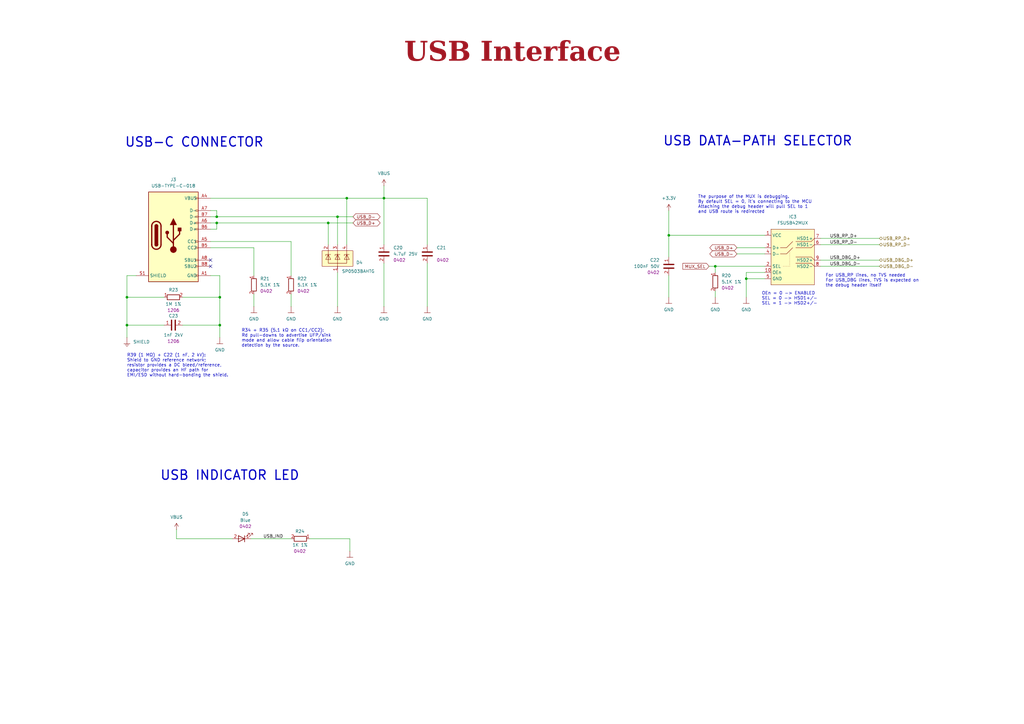
<source format=kicad_sch>
(kicad_sch (version 20250114) (generator "eeschema") (generator_version "9.0")
  (paper "A3")
  (title_block (title "USB Interface") (date "2025-01-12") (rev "${REVISION}") (company "${COMPANY}"))
  (lib_symbols
    (symbol "DS_Capacitor_0402:100nF 50V 0402"
      (property "Reference" "C" (at 3.81 2.032 0))
      (property "Value" "100nF 50V" (at 3.81 0 0))
      (property "FOOTPRINT_SHORT" "0402" (at 3.81 -2.032 0))
      (symbol "100nF 50V 0402_0_1"
        (polyline (pts (xy -2.032 0.762) (xy 2.032 0.762)) (stroke (width 0.508)))
        (polyline (pts (xy -2.032 -0.762) (xy 2.032 -0.762)) (stroke (width 0.508)))
      )
      (symbol "100nF 50V 0402_1_1"
        (pin passive line (at 0 3.81 270) (length 2.794) (name "~") (number "1"))
        (pin passive line (at 0 -3.81 90) (length 2.794) (name "~") (number "2"))
      )
    )
    (symbol "DS_Capacitor_0402:4.7uF 25V 0402"
      (property "Reference" "C" (at 3.81 2.032 0))
      (property "Value" "4.7uF 25V" (at 3.81 0 0))
      (property "FOOTPRINT_SHORT" "0402" (at 3.81 -2.032 0))
      (symbol "4.7uF 25V 0402_0_1"
        (polyline (pts (xy -2.032 0.762) (xy 2.032 0.762)) (stroke (width 0.508)))
        (polyline (pts (xy -2.032 -0.762) (xy 2.032 -0.762)) (stroke (width 0.508)))
      )
      (symbol "4.7uF 25V 0402_1_1"
        (pin passive line (at 0 3.81 270) (length 2.794) (name "~") (number "1"))
        (pin passive line (at 0 -3.81 90) (length 2.794) (name "~") (number "2"))
      )
    )
    (symbol "DS_Capacitor_1206:1nF 2kV 1206"
      (property "Reference" "C" (at 3.81 2.032 0))
      (property "Value" "1nF 2kV" (at 3.81 0 0))
      (property "FOOTPRINT_SHORT" "1206" (at 3.81 -2.032 0))
      (symbol "1nF 2kV 1206_0_1"
        (polyline (pts (xy -2.032 0.762) (xy 2.032 0.762)) (stroke (width 0.508)))
        (polyline (pts (xy -2.032 -0.762) (xy 2.032 -0.762)) (stroke (width 0.508)))
      )
      (symbol "1nF 2kV 1206_1_1"
        (pin passive line (at 0 3.81 270) (length 2.794) (name "~") (number "1"))
        (pin passive line (at 0 -3.81 90) (length 2.794) (name "~") (number "2"))
      )
    )
    (symbol "DS_Connector:USB-C"
      (property "Reference" "J" (at -6.35 20.828 0))
      (property "Value" "USB-TYPE-C-018" (at -6.604 -19.558 0))
      (symbol "USB-C_0_0"
        (rectangle (start 10.16 16.764) (end 9.144 16.256))
        (rectangle (start 10.16 11.684) (end 9.144 11.176))
        (rectangle (start 10.16 9.144) (end 9.144 8.636))
        (rectangle (start 10.16 6.604) (end 9.144 6.096))
        (rectangle (start 10.16 4.064) (end 9.144 3.556))
        (rectangle (start 10.16 -1.016) (end 9.144 -1.524))
        (rectangle (start 10.16 -3.556) (end 9.144 -4.064))
        (rectangle (start 10.16 -8.636) (end 9.144 -9.144))
        (rectangle (start 10.16 -11.176) (end 9.144 -11.684))
        (rectangle (start 10.16 -15.494) (end 9.144 -14.986))
      )
      (symbol "USB-C_0_1"
        (rectangle (start -10.16 19.05) (end 10.16 -17.78) (stroke (width 0.254)) (fill (type background)))
        (polyline (pts (xy -8.89 -2.54) (xy -8.89 5.08)) (stroke (width 0.508)))
        (rectangle (start -7.62 -2.54) (end -6.35 5.08) (stroke (width 0.254)) (fill (type outline)))
        (arc (start -7.62 5.08) (mid -6.985 5.7123) (end -6.35 5.08) (stroke (width 0.254)))
        (arc (start -7.62 5.08) (mid -6.985 5.7123) (end -6.35 5.08) (stroke (width 0.254)) (fill (type outline)))
        (arc (start -8.89 5.08) (mid -6.985 6.9767) (end -5.08 5.08) (stroke (width 0.508)))
        (arc (start -5.08 -2.54) (mid -6.985 -4.4367) (end -8.89 -2.54) (stroke (width 0.508)))
        (arc (start -6.35 -2.54) (mid -6.985 -3.1723) (end -7.62 -2.54) (stroke (width 0.254)))
        (arc (start -6.35 -2.54) (mid -6.985 -3.1723) (end -7.62 -2.54) (stroke (width 0.254)) (fill (type outline)))
        (polyline (pts (xy -5.08 5.08) (xy -5.08 -2.54)) (stroke (width 0.508)))
        (circle (center -2.54 2.413) (radius 0.635) (stroke (width 0.254)) (fill (type outline)))
        (polyline (pts (xy -1.27 5.588) (xy 0 8.128) (xy 1.27 5.588) (xy -1.27 5.588)) (stroke (width 0.254)) (fill (type outline)))
        (polyline (pts (xy 0 -0.762) (xy 2.54 1.778) (xy 2.54 3.048)) (stroke (width 0.508)))
        (polyline (pts (xy 0 -2.032) (xy -2.54 0.508) (xy -2.54 1.778)) (stroke (width 0.508)))
        (polyline (pts (xy 0 -4.572) (xy 0 5.588)) (stroke (width 0.508)))
        (circle (center 0 -4.572) (radius 1.27) (fill (type outline)))
        (rectangle (start 1.905 3.048) (end 3.175 4.318) (stroke (width 0.254)) (fill (type outline)))
      )
      (symbol "USB-C_1_1"
        (pin passive line (at -15.24 -15.24 0) (length 5.08) (name "SHIELD") (number "S1"))
        (pin passive line (at 15.24 16.51 180) (length 5.08) (name "VBUS") (number "A4"))
        (pin passive line (at 15.24 16.51 180) (length 5.08) (hide yes) (name "VBUS") (number "A9"))
        (pin passive line (at 15.24 16.51 180) (length 5.08) (hide yes) (name "VBUS") (number "B4"))
        (pin passive line (at 15.24 16.51 180) (length 5.08) (hide yes) (name "VBUS") (number "B9"))
        (pin bidirectional line (at 15.24 11.43 180) (length 5.08) (name "D-") (number "A7"))
        (pin bidirectional line (at 15.24 8.89 180) (length 5.08) (name "D-") (number "B7"))
        (pin bidirectional line (at 15.24 6.35 180) (length 5.08) (name "D+") (number "A6"))
        (pin bidirectional line (at 15.24 3.81 180) (length 5.08) (name "D+") (number "B6"))
        (pin bidirectional line (at 15.24 -1.27 180) (length 5.08) (name "CC1") (number "A5"))
        (pin bidirectional line (at 15.24 -3.81 180) (length 5.08) (name "CC2") (number "B5"))
        (pin bidirectional line (at 15.24 -8.89 180) (length 5.08) (name "SBU1") (number "A8"))
        (pin bidirectional line (at 15.24 -11.43 180) (length 5.08) (name "SBU2") (number "B8"))
        (pin passive line (at 15.24 -15.24 180) (length 5.08) (name "GND") (number "A1"))
        (pin passive line (at 15.24 -15.24 180) (length 5.08) (hide yes) (name "GND") (number "A12"))
        (pin passive line (at 15.24 -15.24 180) (length 5.08) (hide yes) (name "GND") (number "B1"))
        (pin passive line (at 15.24 -15.24 180) (length 5.08) (hide yes) (name "GND") (number "B12"))
      )
    )
    (symbol "DS_Diode:SP0503BAHTG"
      (property "Reference" "D" (at 7.112 -0.762 0))
      (property "Value" "SP0503BAHTG" (at 6.858 -3.048 0))
      (symbol "SP0503BAHTG_0_1"
        (polyline (pts (xy -3.81 1.27) (xy -3.81 2.54) (xy -3.81 0)))
        (polyline (pts (xy -3.81 1.016) (xy -3.81 -1.016)))
        (polyline (pts (xy -3.81 0) (xy -3.81 -2.54) (xy 3.81 -2.54) (xy 3.81 0)))
        (polyline (pts (xy -2.794 1.016) (xy -4.826 1.016) (xy -4.826 0.508)))
        (polyline (pts (xy -2.794 -1.016) (xy -3.81 1.016) (xy -4.826 -1.016) (xy -2.794 -1.016)))
        (polyline (pts (xy 0 1.016) (xy 0 -1.016)))
        (polyline (pts (xy 0 0) (xy 0 2.54)))
        (polyline (pts (xy 0 -2.54) (xy 0 0)))
        (polyline (pts (xy 0 -5.08) (xy 0 -2.54)))
        (polyline (pts (xy 1.016 1.016) (xy -1.016 1.016) (xy -1.016 0.508)))
        (polyline (pts (xy 1.016 -1.016) (xy 0 1.016) (xy -1.016 -1.016) (xy 1.016 -1.016)))
        (polyline (pts (xy 3.81 1.016) (xy 3.81 -1.016)))
        (polyline (pts (xy 3.81 0) (xy 3.81 2.54)))
        (polyline (pts (xy 4.826 1.016) (xy 2.794 1.016) (xy 2.794 0.508)))
        (polyline (pts (xy 4.826 -1.016) (xy 3.81 1.016) (xy 2.794 -1.016) (xy 4.826 -1.016)))
      )
      (symbol "SP0503BAHTG_1_1"
        (rectangle (start -6.35 2.54) (end 6.35 -3.81) (fill (type color) (color 255 255 195 1)))
        (pin passive line (at -3.81 5.08 270) (length 2.54) (name "") (number "2"))
        (pin passive line (at 0 5.08 270) (length 2.54) (name "") (number "3"))
        (pin passive line (at 0 -6.35 90) (length 2.54) (name "") (number "1"))
        (pin passive line (at 3.81 5.08 270) (length 2.54) (name "") (number "4"))
      )
    )
    (symbol "DS_Opto:Blue 0402"
      (property "Reference" "D" (at -1.27 5.08 0))
      (property "Value" "Blue" (at -1.27 2.794 0))
      (property "Size" "0402" (at -1.016 -3.302 0))
      (symbol "Blue 0402_0_1"
        (polyline (pts (xy -3.048 -0.762) (xy -4.572 -2.286) (xy -3.81 -2.286) (xy -4.572 -2.286) (xy -4.572 -1.524)))
        (polyline (pts (xy -1.778 -0.762) (xy -3.302 -2.286) (xy -2.54 -2.286) (xy -3.302 -2.286) (xy -3.302 -1.524)))
        (polyline (pts (xy -1.27 0) (xy 1.27 0)))
        (polyline (pts (xy -1.27 -1.27) (xy -1.27 1.27)) (stroke (width 0.254)))
        (polyline (pts (xy 1.27 -1.27) (xy 1.27 1.27) (xy -1.27 0) (xy 1.27 -1.27)) (stroke (width 0.254)))
      )
      (symbol "Blue 0402_1_1"
        (pin passive line (at -3.81 0 0) (length 2.54) (name "") (number "1"))
        (pin passive line (at 3.81 0 180) (length 2.54) (name "") (number "2"))
      )
    )
    (symbol "DS_Peripherals:FSUSB42MUX"
      (property "Reference" "IC" (at -7.874 14.986 0))
      (property "Value" "FSUSB42MUX" (at -0.254 -11.938 0))
      (symbol "FSUSB42MUX_0_1"
        (rectangle (start -8.89 12.7) (end 8.89 -10.16) (fill (type background)))
        (polyline (pts (xy -5.08 5.08) (xy -2.54 5.08) (xy 0 7.62)))
        (polyline (pts (xy -5.08 2.54) (xy -2.54 2.54) (xy 0 5.08)))
        (polyline (pts (xy -3.81 -2.54) (xy -1.27 -2.54) (xy -1.27 3.81)) (stroke (width 0) (type dot)))
        (polyline (pts (xy 1.27 7.62) (xy 7.62 7.62) (xy 8.89 8.89)))
        (polyline (pts (xy 1.27 5.08) (xy 7.62 5.08) (xy 8.89 6.35)))
        (polyline (pts (xy 1.27 1.27) (xy 7.62 1.27) (xy 8.89 0)))
        (polyline (pts (xy 1.27 -1.27) (xy 7.62 -1.27) (xy 8.89 -2.54)))
      )
      (symbol "FSUSB42MUX_1_1"
        (pin power_in line (at -11.43 10.16 0) (length 2.54) (name "VCC") (number "1"))
        (pin bidirectional line (at -11.43 5.08 0) (length 2.54) (name "D+") (number "3"))
        (pin bidirectional line (at -11.43 2.54 0) (length 2.54) (name "D-") (number "4"))
        (pin input line (at -11.43 -2.54 0) (length 2.54) (name "SEL") (number "2"))
        (pin input line (at -11.43 -5.08 0) (length 2.54) (name "OEn") (number "10"))
        (pin power_in line (at -11.43 -7.62 0) (length 2.54) (name "GND") (number "5"))
        (pin bidirectional line (at 11.43 8.89 180) (length 2.54) (name "HSD1+") (number "7"))
        (pin bidirectional line (at 11.43 6.35 180) (length 2.54) (name "HSD1-") (number "6"))
        (pin bidirectional line (at 11.43 0 180) (length 2.54) (name "HSD2+") (number "9"))
        (pin bidirectional line (at 11.43 -2.54 180) (length 2.54) (name "HSD2-") (number "8"))
      )
    )
    (symbol "DS_Resistor_0402:1K 1% 0402"
      (property "Reference" "R" (at 2.032 2.032 0))
      (property "Value" "1K 1%" (at 2.032 0 0))
      (property "FOOTPRINT_SHORT" "0402" (at 2.032 -2.032 0))
      (symbol "1K 1% 0402_0_1"
        (rectangle (start -1.016 2.54) (end 1.016 -2.54) (stroke (width 0.254)))
      )
      (symbol "1K 1% 0402_1_1"
        (pin passive line (at 0 3.81 270) (length 1.27) (name "~") (number "1"))
        (pin passive line (at 0 -3.81 90) (length 1.27) (name "~") (number "2"))
      )
    )
    (symbol "DS_Resistor_0402:5.1K 1% 0402"
      (property "Reference" "R" (at 2.032 2.032 0))
      (property "Value" "5.1K 1%" (at 2.032 0 0))
      (property "FOOTPRINT_SHORT" "0402" (at 2.032 -2.032 0))
      (symbol "5.1K 1% 0402_0_1"
        (rectangle (start -1.016 2.54) (end 1.016 -2.54) (stroke (width 0.254)))
      )
      (symbol "5.1K 1% 0402_1_1"
        (pin passive line (at 0 3.81 270) (length 1.27) (name "~") (number "1"))
        (pin passive line (at 0 -3.81 90) (length 1.27) (name "~") (number "2"))
      )
    )
    (symbol "DS_Resistor_1206:1M 1% 1206"
      (property "Reference" "R" (at 2.032 2.032 0))
      (property "Value" "1M 1%" (at 2.032 0 0))
      (property "FOOTPRINT_SHORT" "1206" (at 2.032 -2.032 0))
      (symbol "1M 1% 1206_0_1"
        (rectangle (start -1.016 2.54) (end 1.016 -2.54) (stroke (width 0.254)))
      )
      (symbol "1M 1% 1206_1_1"
        (pin passive line (at 0 3.81 270) (length 1.27) (name "~") (number "1"))
        (pin passive line (at 0 -3.81 90) (length 1.27) (name "~") (number "2"))
      )
    )
    (symbol "DS_Supply:GND" (power) (pin_numbers (hide yes)) (pin_names (offset 0) (hide yes))
      (property "Value" "GND" (at 0 -3.81 0))
      (symbol "GND_0_1"
        (polyline (pts (xy 0 0) (xy 0 -2.54) (xy 1.27 -2.54) (xy 0 -2.54) (xy -1.27 -2.54) (xy 0 -2.54)))
      )
      (symbol "GND_1_1"
        (pin power_in line (at 0 0 270) (length 0) (name "~") (number "1"))
      )
    )
    (symbol "DS_Supply:SHIELD" (power) (pin_numbers (hide yes)) (pin_names (offset 0) (hide yes)) (in_bom no) (on_board no)
      (property "Value" "SHIELD" (at 0 -4.064 0))
      (symbol "SHIELD_0_1"
        (polyline (pts (xy -0.762 -1.778) (xy 0.762 -1.778)))
        (polyline (pts (xy -0.254 -2.286) (xy 0.254 -2.286)))
        (polyline (pts (xy 0 1.27) (xy 0 -1.27)))
        (polyline (pts (xy 0 -1.27) (xy -1.27 -1.27)))
        (polyline (pts (xy 1.27 -1.27) (xy 0 -1.27)))
      )
      (symbol "SHIELD_1_1"
        (pin power_in line (at 0 1.27 270) (length 0) (name "~") (number "1"))
      )
    )
    (symbol "power:+3.3V" (power) (pin_numbers (hide yes)) (pin_names (offset 0) (hide yes))
      (property "Value" "+3.3V" (at 0 3.556 0))
      (symbol "+3.3V_0_1"
        (polyline (pts (xy -0.762 1.27) (xy 0 2.54)))
        (polyline (pts (xy 0 2.54) (xy 0.762 1.27)))
        (polyline (pts (xy 0 0) (xy 0 2.54)))
      )
      (symbol "+3.3V_1_1"
        (pin power_in line (at 0 0 90) (length 0) (name "~") (number "1"))
      )
    )
    (symbol "power:VBUS" (power) (pin_numbers (hide yes)) (pin_names (offset 0) (hide yes))
      (property "Value" "VBUS" (at 0 3.556 0))
      (symbol "VBUS_0_1"
        (polyline (pts (xy -0.762 1.27) (xy 0 2.54)))
        (polyline (pts (xy 0 2.54) (xy 0.762 1.27)))
        (polyline (pts (xy 0 0) (xy 0 2.54)))
      )
      (symbol "VBUS_1_1"
        (pin power_in line (at 0 0 90) (length 0) (name "~") (number "1"))
      )
    )
  )
  (text "USB DATA-PATH SELECTOR" (at 271.78 57.912 0) (effects (font (size 3.81 3.81) (thickness 0.508) (bold yes)) (justify left)))
  (text "R39 (1 MΩ) + C22 (1 nF, 2 kV): \nShield to GND reference network; \nresistor provides a DC bleed/reference, \ncapacitor provides an HF path for \nEMI/ESD without hard-bonding the shield." (at 52.07 149.86 0) (effects (font (size 1.27 1.27)) (justify left)))
  (text "USB-C CONNECTOR" (at 51.054 58.42 0) (effects (font (size 3.81 3.81) (thickness 0.508) (bold yes)) (justify left)))
  (text "USB INDICATOR LED" (at 65.532 195.072 0) (effects (font (size 3.81 3.81) (thickness 0.508) (bold yes)) (justify left)))
  (text "R34 + R35 (5.1 kΩ on CC1/CC2): \nRd pull-downs to advertise UFP/sink \nmode and allow cable flip orientation \ndetection by the source." (at 99.06 138.684 0) (effects (font (size 1.27 1.27)) (justify left)))
  (text "The purpose of the MUX is debugging.\nBy default SEL = 0, it's connecting to the MCU\nAttaching the debug header will pull SEL to 1\nand USB route is redirected" (at 286.258 83.82 0) (effects (font (size 1.27 1.27)) (justify left)))
  (text "OEn = 0 -> ENABLED\nSEL = 0 -> HSD1+/-\nSEL = 1 -> HSD2+/-" (at 312.42 122.428 0) (effects (font (size 1.27 1.27)) (justify left)))
  (text "For USB_RP lines, no TVS needed\nFor USB_DBG lines, TVS is expected on\nthe debug header itself" (at 338.582 115.062 0) (effects (font (size 1.27 1.27)) (justify left)))
  (text_box "USB Interface" (at 12.7 15.24 0) (size 394.97 12.7) (margins 5.9999 5.9999 5.9999 5.9999) (stroke (width -0.0001)) (effects (font (size 8 8) (thickness 1.2) (bold yes))))
  (junction (at 52.07 121.92))
  (junction (at 306.07 114.3))
  (junction (at 52.07 133.35))
  (junction (at 142.24 81.28))
  (junction (at 274.32 96.52))
  (junction (at 90.17 133.35))
  (junction (at 134.62 91.44))
  (junction (at 157.48 81.28))
  (junction (at 138.43 88.9))
  (junction (at 88.9 88.9))
  (junction (at 293.37 109.22))
  (junction (at 88.9 91.44))
  (junction (at 90.17 121.92))
  (no_connect (at 86.36 106.68))
  (no_connect (at 86.36 109.22))
  (wire (pts (xy 142.24 81.28) (xy 142.24 100.33)))
  (wire (pts (xy 72.39 220.98) (xy 72.39 217.17)))
  (wire (pts (xy 86.36 101.6) (xy 104.14 101.6)))
  (wire (pts (xy 55.88 113.03) (xy 52.07 113.03)))
  (wire (pts (xy 138.43 88.9) (xy 138.43 100.33)))
  (wire (pts (xy 175.26 125.73) (xy 175.26 107.95)))
  (wire (pts (xy 306.07 114.3) (xy 306.07 121.92)))
  (wire (pts (xy 90.17 121.92) (xy 90.17 133.35)))
  (wire (pts (xy 138.43 88.9) (xy 144.78 88.9)))
  (wire (pts (xy 52.07 121.92) (xy 52.07 133.35)))
  (wire (pts (xy 95.25 220.98) (xy 72.39 220.98)))
  (wire (pts (xy 157.48 76.2) (xy 157.48 81.28)))
  (wire (pts (xy 74.93 133.35) (xy 90.17 133.35)))
  (wire (pts (xy 102.87 220.98) (xy 119.38 220.98)))
  (wire (pts (xy 336.55 106.68) (xy 360.68 106.68)))
  (wire (pts (xy 52.07 113.03) (xy 52.07 121.92)))
  (wire (pts (xy 293.37 109.22) (xy 293.37 111.76)))
  (wire (pts (xy 157.48 81.28) (xy 142.24 81.28)))
  (wire (pts (xy 274.32 96.52) (xy 313.69 96.52)))
  (wire (pts (xy 86.36 113.03) (xy 90.17 113.03)))
  (wire (pts (xy 302.26 101.6) (xy 313.69 101.6)))
  (wire (pts (xy 157.48 125.73) (xy 157.48 107.95)))
  (wire (pts (xy 104.14 125.73) (xy 104.14 120.65)))
  (wire (pts (xy 86.36 93.98) (xy 88.9 93.98)))
  (wire (pts (xy 86.36 99.06) (xy 119.38 99.06)))
  (wire (pts (xy 313.69 111.76) (xy 306.07 111.76)))
  (wire (pts (xy 52.07 133.35) (xy 67.31 133.35)))
  (wire (pts (xy 88.9 88.9) (xy 138.43 88.9)))
  (wire (pts (xy 302.26 104.14) (xy 313.69 104.14)))
  (wire (pts (xy 74.93 121.92) (xy 90.17 121.92)))
  (wire (pts (xy 336.55 109.22) (xy 360.68 109.22)))
  (wire (pts (xy 306.07 114.3) (xy 313.69 114.3)))
  (wire (pts (xy 90.17 133.35) (xy 90.17 138.43)))
  (wire (pts (xy 274.32 86.36) (xy 274.32 96.52)))
  (wire (pts (xy 290.83 109.22) (xy 293.37 109.22)))
  (wire (pts (xy 86.36 86.36) (xy 88.9 86.36)))
  (wire (pts (xy 336.55 97.79) (xy 360.68 97.79)))
  (wire (pts (xy 138.43 125.73) (xy 138.43 111.76)))
  (wire (pts (xy 274.32 121.92) (xy 274.32 113.03)))
  (wire (pts (xy 143.51 220.98) (xy 143.51 226.06)))
  (wire (pts (xy 175.26 81.28) (xy 157.48 81.28)))
  (wire (pts (xy 293.37 121.92) (xy 293.37 119.38)))
  (wire (pts (xy 306.07 111.76) (xy 306.07 114.3)))
  (wire (pts (xy 157.48 100.33) (xy 157.48 81.28)))
  (wire (pts (xy 119.38 125.73) (xy 119.38 120.65)))
  (wire (pts (xy 175.26 100.33) (xy 175.26 81.28)))
  (wire (pts (xy 274.32 105.41) (xy 274.32 96.52)))
  (wire (pts (xy 104.14 101.6) (xy 104.14 113.03)))
  (wire (pts (xy 119.38 99.06) (xy 119.38 113.03)))
  (wire (pts (xy 134.62 91.44) (xy 144.78 91.44)))
  (wire (pts (xy 52.07 121.92) (xy 67.31 121.92)))
  (wire (pts (xy 88.9 91.44) (xy 134.62 91.44)))
  (wire (pts (xy 86.36 91.44) (xy 88.9 91.44)))
  (wire (pts (xy 134.62 91.44) (xy 134.62 100.33)))
  (wire (pts (xy 86.36 88.9) (xy 88.9 88.9)))
  (wire (pts (xy 52.07 133.35) (xy 52.07 138.43)))
  (wire (pts (xy 88.9 86.36) (xy 88.9 88.9)))
  (wire (pts (xy 86.36 81.28) (xy 142.24 81.28)))
  (wire (pts (xy 313.69 109.22) (xy 293.37 109.22)))
  (wire (pts (xy 90.17 113.03) (xy 90.17 121.92)))
  (wire (pts (xy 88.9 93.98) (xy 88.9 91.44)))
  (wire (pts (xy 127 220.98) (xy 143.51 220.98)))
  (wire (pts (xy 336.55 100.33) (xy 360.68 100.33)))
  (label "USB_IND" (at 107.95 220.98 0))
  (label "USB_DBG_D+" (at 340.36 106.68 0))
  (label "USB_RP_D+" (at 340.36 97.79 0))
  (label "USB_DBG_D-" (at 340.36 109.22 0))
  (label "USB_RP_D-" (at 340.36 100.33 0))
  (global_label "USB_D+" (shape bidirectional) (at 144.78 91.44 0) (property "Intersheetrefs" "${INTERSHEET_REFS}" (effects (hide yes))))
  (global_label "MUX_SEL" (shape input) (at 290.83 109.22 180) (property "Intersheetrefs" "${INTERSHEET_REFS}" (effects (hide yes))))
  (global_label "USB_D-" (shape bidirectional) (at 302.26 104.14 180) (property "Intersheetrefs" "${INTERSHEET_REFS}" (effects (hide yes))))
  (global_label "USB_D-" (shape bidirectional) (at 144.78 88.9 0) (property "Intersheetrefs" "${INTERSHEET_REFS}" (effects (hide yes))))
  (global_label "USB_D+" (shape bidirectional) (at 302.26 101.6 180) (property "Intersheetrefs" "${INTERSHEET_REFS}" (effects (hide yes))))
  (hierarchical_label "USB_RP_D-" (shape bidirectional) (at 360.68 100.33 0))
  (hierarchical_label "USB_RP_D+" (shape bidirectional) (at 360.68 97.79 0))
  (hierarchical_label "USB_DBG_D-" (shape bidirectional) (at 360.68 109.22 0))
  (hierarchical_label "USB_DBG_D+" (shape bidirectional) (at 360.68 106.68 0))
  (symbol (lib_id "power:VBUS") (at 72.39 217.17 0) (unit 1)
    (property "Reference" "#PWR062" (effects (hide yes)))
    (property "Value" "VBUS" (at 72.39 212.09 0))
    (property "Description" "Power symbol creates a global label with name \"VBUS\"" (effects (hide yes)))
  )
  (symbol (lib_id "DS_Supply:GND") (at 138.43 125.73 0) (unit 1)
    (property "Reference" "#PWR058" (effects (hide yes)))
    (property "Value" "GND" (at 138.43 130.81 0))
    (property "Description" "Power symbol creates a global label with name \"GND\" , ground" (effects (hide yes)))
  )
  (symbol (lib_id "DS_Supply:GND") (at 119.38 125.73 0) (unit 1)
    (property "Reference" "#PWR057" (effects (hide yes)))
    (property "Value" "GND" (at 119.38 130.81 0))
    (property "Description" "Power symbol creates a global label with name \"GND\" , ground" (effects (hide yes)))
  )
  (symbol (lib_id "DS_Resistor_1206:1M 1% 1206") (at 71.12 121.92 90) (unit 1)
    (property "Reference" "R23" (at 71.12 118.872 90))
    (property "Value" "1M 1%" (at 71.12 124.714 90))
    (property "Footprint" "Resistor_SMD:R_1206_3216Metric" (effects (hide yes)))
    (property "Description" "250mW Thick Film Resistors 200V ±100ppm/℃ ±1% 1MΩ 1206 Chip Resistor - Surface Mount ROHS" (effects (hide yes)))
    (property "LCSC_PART" "C17927" (effects (hide yes)))
    (property "ROHS" "YES" (effects (hide yes)))
    (property "FOOTPRINT_SHORT" "1206" (at 71.12 127.254 90))
    (property "MFR" "Uniohm" (effects (hide yes)))
  )
  (symbol (lib_id "DS_Capacitor_1206:1nF 2kV 1206") (at 71.12 133.35 90) (unit 1)
    (property "Reference" "C23" (at 71.12 129.54 90))
    (property "Value" "1nF 2kV" (at 71.12 137.414 90))
    (property "Footprint" "Capacitor_SMD:C_1206_3216Metric" (effects (hide yes)))
    (property "Description" "Chip Capacitor (MLCC) 1206 1nF ±10% 2KV X7R" (effects (hide yes)))
    (property "FOOTPRINT_SHORT" "1206" (at 71.12 139.954 90))
    (property "ROHS" "YES" (effects (hide yes)))
    (property "LCSC_PART" "C173242" (effects (hide yes)))
    (property "MFR" "Johanson Dielectrics " (effects (hide yes)))
  )
  (symbol (lib_id "DS_Supply:GND") (at 175.26 125.73 0) (unit 1)
    (property "Reference" "#PWR060" (effects (hide yes)))
    (property "Value" "GND" (at 175.26 130.81 0))
    (property "Description" "Power symbol creates a global label with name \"GND\" , ground" (effects (hide yes)))
  )
  (symbol (lib_id "DS_Connector:USB-C") (at 71.12 97.79 0) (unit 1)
    (property "Reference" "J3" (at 71.12 73.66 0))
    (property "Value" "USB-TYPE-C-018" (at 71.12 76.2 0))
    (property "Footprint" "DS_Connector:USB_C_Receptacle_HCTL_HC-TYPE-C-16P-01A" (effects (hide yes)))
    (property "Datasheet" "https://jlcpcb.com/api/file/downloadByFileSystemAccessId/8589041631273738240" (effects (hide yes)))
    (property "Description" "-25°C~+85°C 1 10,000 cycles 16P 3A 5V 7.35mm Female Surface Mount, Right Angle Type-C SMD USB Connectors ROHS" (effects (hide yes)))
    (property "LCSC_PART" "C2927038" (effects (hide yes)))
    (property "MPN" "USB-TYPE-C-018" (effects (hide yes)))
    (property "MFR" "DEALON" (effects (hide yes)))
    (property "ROHS" "YES" (effects (hide yes)))
  )
  (symbol (lib_id "DS_Resistor_0402:5.1K 1% 0402") (at 104.14 116.84 0) (unit 1)
    (property "Reference" "R21" (at 106.68 114.2999 0) (effects (justify left)))
    (property "Value" "5.1K 1%" (at 106.68 116.8399 0) (effects (justify left)))
    (property "Footprint" "Resistor_SMD:R_0402_1005Metric" (effects (hide yes)))
    (property "Description" "62.5mW Thick Film Resistors 50V ±100ppm/℃ ±1% 5.1kΩ 0402 Chip Resistor - Surface Mount ROHS" (effects (hide yes)))
    (property "LCSC_PART" "C25905" (effects (hide yes)))
    (property "ROHS" "YES" (effects (hide yes)))
    (property "FOOTPRINT_SHORT" "0402" (at 106.68 119.3799 0) (effects (justify left)))
  )
  (symbol (lib_id "DS_Supply:GND") (at 274.32 121.92 0) (mirror y) (unit 1)
    (property "Reference" "#PWR053" (effects (hide yes)))
    (property "Value" "GND" (at 274.32 127 0))
    (property "Description" "Power symbol creates a global label with name \"GND\" , ground" (effects (hide yes)))
  )
  (symbol (lib_id "power:+3.3V") (at 274.32 86.36 0) (unit 1)
    (property "Reference" "#PWR052" (effects (hide yes)))
    (property "Value" "+3.3V" (at 274.32 81.28 0))
    (property "Description" "Power symbol creates a global label with name \"+3.3V\"" (effects (hide yes)))
  )
  (symbol (lib_id "DS_Capacitor_0402:4.7uF 25V 0402") (at 175.26 104.14 0) (unit 1)
    (property "Reference" "C21" (at 179.07 101.5999 0) (effects (justify left)))
    (property "Value" "4.7uF 25V" (effects (hide yes)))
    (property "Footprint" "Capacitor_SMD:C_0402_1005Metric" (effects (hide yes)))
    (property "Description" "25V 4.7uF X5R ±20% 0402 Multilayer Ceramic Capacitors MLCC - SMD/SMT ROHS" (effects (hide yes)))
    (property "FOOTPRINT_SHORT" "0402" (at 179.07 106.6799 0) (effects (justify left)))
    (property "ROHS" "YES" (effects (hide yes)))
    (property "LCSC_PART" "C22367824" (effects (hide yes)))
    (property "MFR" "Murata" (effects (hide yes)))
  )
  (symbol (lib_id "DS_Resistor_0402:5.1K 1% 0402") (at 119.38 116.84 0) (unit 1)
    (property "Reference" "R22" (at 121.92 114.2999 0) (effects (justify left)))
    (property "Value" "5.1K 1%" (at 121.92 116.8399 0) (effects (justify left)))
    (property "Footprint" "Resistor_SMD:R_0402_1005Metric" (effects (hide yes)))
    (property "Description" "62.5mW Thick Film Resistors 50V ±100ppm/℃ ±1% 5.1kΩ 0402 Chip Resistor - Surface Mount ROHS" (effects (hide yes)))
    (property "LCSC_PART" "C25905" (effects (hide yes)))
    (property "ROHS" "YES" (effects (hide yes)))
    (property "FOOTPRINT_SHORT" "0402" (at 121.92 119.3799 0) (effects (justify left)))
  )
  (symbol (lib_id "DS_Supply:GND") (at 104.14 125.73 0) (unit 1)
    (property "Reference" "#PWR056" (effects (hide yes)))
    (property "Value" "GND" (at 104.14 130.81 0))
    (property "Description" "Power symbol creates a global label with name \"GND\" , ground" (effects (hide yes)))
  )
  (symbol (lib_id "DS_Diode:SP0503BAHTG") (at 138.43 105.41 0) (unit 1)
    (property "Reference" "D4" (at 146.05 107.696 0) (effects (justify left)))
    (property "Value" "SP0503BAHTG" (at 140.208 111.252 0) (effects (justify left)))
    (property "Footprint" "DS_Diode:SOT143" (effects (hide yes)))
    (property "Datasheet" "https://www.littelfuse.com/assetdocs/tvs-diode-array-spasp050xba-lead-freegreen-datasheet?assetguid=15a03de1-f0c6-457a-95f1-55d449fdd756" (effects (hide yes)))
    (property "Description" "10A@8/20us 14V 150W@8/20us 30pF SOT-143 ESD and Surge Protection (TVS/ESD) ROHS" (effects (hide yes)))
    (property "MPN" "SP0503BAHTG" (effects (hide yes)))
    (property "MFR" "TECH PUBLIC" (effects (hide yes)))
    (property "LCSC_PART" "C3040626" (effects (hide yes)))
    (property "ROHS" "YES" (effects (hide yes)))
  )
  (symbol (lib_id "DS_Resistor_0402:1K 1% 0402") (at 123.19 220.98 270) (unit 1)
    (property "Reference" "R24" (at 124.968 217.932 90) (effects (justify right)))
    (property "Value" "1K 1%" (at 126.238 223.52 90) (effects (justify right)))
    (property "Footprint" "Resistor_SMD:R_0402_1005Metric" (effects (hide yes)))
    (property "Description" "62.5mW Thick Film Resistors 50V ±100ppm/℃ ±1% 1kΩ 0402 Chip Resistor - Surface Mount ROHS" (effects (hide yes)))
    (property "LCSC_PART" "C11702" (effects (hide yes)))
    (property "ROHS" "YES" (effects (hide yes)))
    (property "FOOTPRINT_SHORT" "0402" (at 125.476 226.06 90) (effects (justify right)))
    (property "MFR" "FH" (effects (hide yes)))
  )
  (symbol (lib_id "DS_Resistor_0402:5.1K 1% 0402") (at 293.37 115.57 0) (unit 1)
    (property "Reference" "R20" (at 295.91 113.0299 0) (effects (justify left)))
    (property "Value" "5.1K 1%" (at 295.91 115.5699 0) (effects (justify left)))
    (property "Footprint" "Resistor_SMD:R_0402_1005Metric" (effects (hide yes)))
    (property "Description" "62.5mW Thick Film Resistors 50V ±100ppm/℃ ±1% 5.1kΩ 0402 Chip Resistor - Surface Mount ROHS" (effects (hide yes)))
    (property "LCSC_PART" "C25905" (effects (hide yes)))
    (property "ROHS" "YES" (effects (hide yes)))
    (property "FOOTPRINT_SHORT" "0402" (at 295.91 118.1099 0) (effects (justify left)))
  )
  (symbol (lib_id "DS_Capacitor_0402:100nF 50V 0402") (at 274.32 109.22 0) (mirror y) (unit 1)
    (property "Reference" "C22" (at 270.51 106.6799 0) (effects (justify left)))
    (property "Value" "100nF 50V" (at 270.51 109.2199 0) (effects (justify left)))
    (property "Footprint" "Capacitor_SMD:C_0402_1005Metric" (effects (hide yes)))
    (property "Description" "50V 100nF X7R ±10% 0402 Multilayer Ceramic Capacitors MLCC - SMD/SMT ROHS" (effects (hide yes)))
    (property "FOOTPRINT_SHORT" "0402" (at 270.51 111.7599 0) (effects (justify left)))
    (property "ROHS" "YES" (effects (hide yes)))
    (property "LCSC_PART" "C307331" (effects (hide yes)))
  )
  (symbol (lib_id "DS_Peripherals:FSUSB42MUX") (at 325.12 106.68 0) (unit 1)
    (property "Reference" "IC3" (at 325.12 88.9 0))
    (property "Value" "FSUSB42MUX" (at 325.12 91.44 0))
    (property "Footprint" "DS_Peripherals:MSOP-10_3x3mm_P0.5mm" (effects (hide yes)))
    (property "Datasheet" "https://www.onsemi.com/pdf/datasheet/fsusb42-d.pdf" (effects (hide yes)))
    (property "Description" "USB Switch IC 1 Channel 10-MSOP" (effects (hide yes)))
    (property "MPN" "FSUSB42MUX" (effects (hide yes)))
    (property "MFR" "onsemi" (effects (hide yes)))
    (property "LCSC_PART" "C11355" (effects (hide yes)))
    (property "DIST1" "https://www.digikey.at/en/products/detail/onsemi/fsusb42mux/2036916" (effects (hide yes)))
    (property "ROHS" "YES" (effects (hide yes)))
  )
  (symbol (lib_id "DS_Supply:GND") (at 157.48 125.73 0) (unit 1)
    (property "Reference" "#PWR059" (effects (hide yes)))
    (property "Value" "GND" (at 157.48 130.81 0))
    (property "Description" "Power symbol creates a global label with name \"GND\" , ground" (effects (hide yes)))
  )
  (symbol (lib_id "DS_Supply:GND") (at 143.51 226.06 0) (unit 1)
    (property "Reference" "#PWR063" (effects (hide yes)))
    (property "Value" "GND" (at 143.51 231.14 0))
    (property "Description" "Power symbol creates a global label with name \"GND\" , ground" (effects (hide yes)))
  )
  (symbol (lib_id "DS_Opto:Blue 0402") (at 99.06 220.98 180) (unit 1)
    (property "Reference" "D5" (at 100.6475 210.82 0))
    (property "Value" "Blue" (at 100.6475 213.36 0))
    (property "Footprint" "LED_SMD:LED_0402_1005Metric" (effects (hide yes)))
    (property "Datasheet" "https://jlcpcb.com/api/file/downloadByFileSystemAccessId/8590921452453912577" (effects (hide yes)))
    (property "Description" "-40℃~+85℃ 120° 20mA 240mcd 3.3V 455nm~475nm 465nm 70mW Blue Discrete Diode Top-mount Water Clear 0402 LED Indication - Discrete ROHS" (effects (hide yes)))
    (property "MPN" "XL-1005UBC" (effects (hide yes)))
    (property "MFR" "XINGLIGHT" (effects (hide yes)))
    (property "LCSC_PART" "C22355736" (effects (hide yes)))
    (property "ROHS" "YES" (effects (hide yes)))
    (property "Size" "0402" (at 100.6475 215.9 0))
  )
  (symbol (lib_id "power:VBUS") (at 157.48 76.2 0) (unit 1)
    (property "Reference" "#PWR051" (effects (hide yes)))
    (property "Value" "VBUS" (at 157.48 71.12 0))
    (property "Description" "Power symbol creates a global label with name \"VBUS\"" (effects (hide yes)))
  )
  (symbol (lib_id "DS_Supply:GND") (at 90.17 138.43 0) (unit 1)
    (property "Reference" "#PWR061" (effects (hide yes)))
    (property "Value" "GND" (at 90.17 143.51 0))
    (property "Description" "Power symbol creates a global label with name \"GND\" , ground" (effects (hide yes)))
  )
  (symbol (lib_id "DS_Supply:SHIELD") (at 52.07 139.7 0) (unit 1) (in_bom no) (on_board no)
    (property "Reference" "#SHIELD02" (effects (hide yes)))
    (property "Value" "SHIELD" (at 54.61 140.2079 0) (effects (justify left)))
    (property "Description" "Power symbol creates a global label with name \"SHIELD\"" (effects (hide yes)))
  )
  (symbol (lib_id "DS_Capacitor_0402:4.7uF 25V 0402") (at 157.48 104.14 0) (unit 1)
    (property "Reference" "C20" (at 161.29 101.5999 0) (effects (justify left)))
    (property "Value" "4.7uF 25V" (at 161.29 104.1399 0) (effects (justify left)))
    (property "Footprint" "Capacitor_SMD:C_0402_1005Metric" (effects (hide yes)))
    (property "Description" "25V 4.7uF X5R ±20% 0402 Multilayer Ceramic Capacitors MLCC - SMD/SMT ROHS" (effects (hide yes)))
    (property "FOOTPRINT_SHORT" "0402" (at 161.29 106.6799 0) (effects (justify left)))
    (property "ROHS" "YES" (effects (hide yes)))
    (property "LCSC_PART" "C22367824" (effects (hide yes)))
    (property "MFR" "Murata" (effects (hide yes)))
  )
  (symbol (lib_id "DS_Supply:GND") (at 293.37 121.92 0) (mirror y) (unit 1)
    (property "Reference" "#PWR054" (effects (hide yes)))
    (property "Value" "GND" (at 293.37 127 0))
    (property "Description" "Power symbol creates a global label with name \"GND\" , ground" (effects (hide yes)))
  )
  (symbol (lib_id "DS_Supply:GND") (at 306.07 121.92 0) (mirror y) (unit 1)
    (property "Reference" "#PWR055" (effects (hide yes)))
    (property "Value" "GND" (at 306.07 127 0))
    (property "Description" "Power symbol creates a global label with name \"GND\" , ground" (effects (hide yes)))
  )
)
</source>
